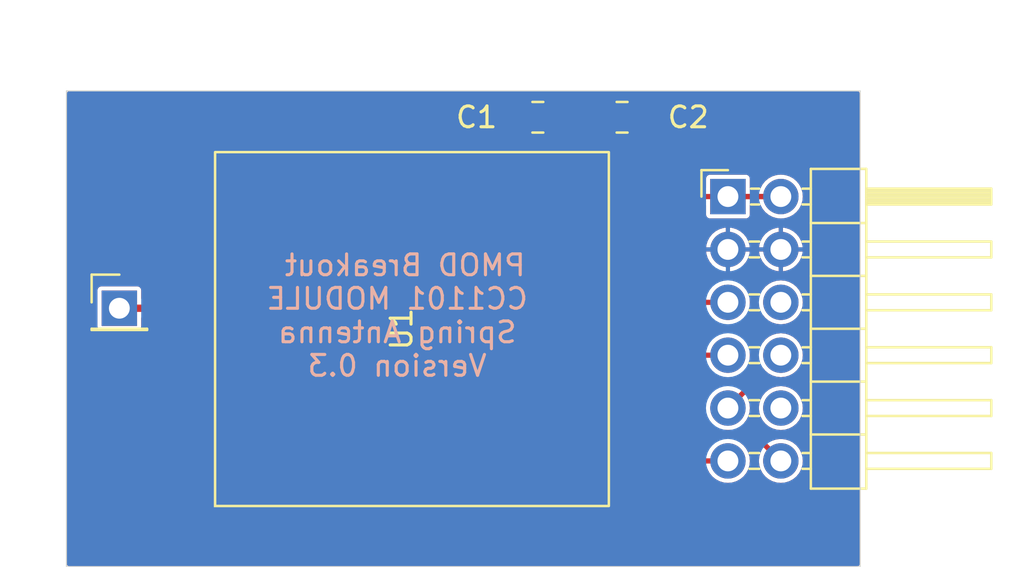
<source format=kicad_pcb>
(kicad_pcb (version 20221018) (generator pcbnew)
  (layers (0 "F.Cu" signal) (31 "B.Cu" signal) (34 "B.Paste" user) (35 "F.Paste" user) (36 "B.SilkS" user "B.Silkscreen") (37 "F.SilkS" user "F.Silkscreen") (38 "B.Mask" user) (39 "F.Mask" user) (44 "Edge.Cuts" user))
  (net 0 "")
  (net 1 "GND")
  (net 2 "nRESET")
  (net 3 "nCS")
  (net 4 "SCK")
  (net 5 "MOSI")
  (net 6 "MISO")
  (net 7 "VCC")
  (net 10 "Net-(J2-Pin_1)")
  (net 12 "IRQ")
  (footprint "Connector_PinHeader_2.54mm:PinHeader_2x06_P2.54mm_Horizontal" (layer "F.Cu") (at 149.86 43.18)
    (fp_text reference "J1" hide)
    (fp_text value "Conn_02x06_Odd_Even")
    (fp_line (start -1.27 -1.27) (end 0 -1.27) (stroke (width 0.12)) (layer "F.SilkS"))
    (fp_line (start -1.27 0) (end -1.27 -1.27) (stroke (width 0.12)) (layer "F.SilkS"))
    (fp_line (start 1.042929 2.16) (end 1.497071 2.16) (stroke (width 0.12)) (layer "F.SilkS"))
    (fp_line (start 1.042929 2.92) (end 1.497071 2.92) (stroke (width 0.12)) (layer "F.SilkS"))
    (fp_line (start 1.042929 4.7) (end 1.497071 4.7) (stroke (width 0.12)) (layer "F.SilkS"))
    (fp_line (start 1.042929 5.46) (end 1.497071 5.46) (stroke (width 0.12)) (layer "F.SilkS"))
    (fp_line (start 1.042929 7.24) (end 1.497071 7.24) (stroke (width 0.12)) (layer "F.SilkS"))
    (fp_line (start 1.042929 8) (end 1.497071 8) (stroke (width 0.12)) (layer "F.SilkS"))
    (fp_line (start 1.042929 9.78) (end 1.497071 9.78) (stroke (width 0.12)) (layer "F.SilkS"))
    (fp_line (start 1.042929 10.54) (end 1.497071 10.54) (stroke (width 0.12)) (layer "F.SilkS"))
    (fp_line (start 1.042929 12.32) (end 1.497071 12.32) (stroke (width 0.12)) (layer "F.SilkS"))
    (fp_line (start 1.042929 13.08) (end 1.497071 13.08) (stroke (width 0.12)) (layer "F.SilkS"))
    (fp_line (start 1.11 -0.38) (end 1.497071 -0.38) (stroke (width 0.12)) (layer "F.SilkS"))
    (fp_line (start 1.11 0.38) (end 1.497071 0.38) (stroke (width 0.12)) (layer "F.SilkS"))
    (fp_line (start 3.582929 -0.38) (end 3.98 -0.38) (stroke (width 0.12)) (layer "F.SilkS"))
    (fp_line (start 3.582929 0.38) (end 3.98 0.38) (stroke (width 0.12)) (layer "F.SilkS"))
    (fp_line (start 3.582929 2.16) (end 3.98 2.16) (stroke (width 0.12)) (layer "F.SilkS"))
    (fp_line (start 3.582929 2.92) (end 3.98 2.92) (stroke (width 0.12)) (layer "F.SilkS"))
    (fp_line (start 3.582929 4.7) (end 3.98 4.7) (stroke (width 0.12)) (layer "F.SilkS"))
    (fp_line (start 3.582929 5.46) (end 3.98 5.46) (stroke (width 0.12)) (layer "F.SilkS"))
    (fp_line (start 3.582929 7.24) (end 3.98 7.24) (stroke (width 0.12)) (layer "F.SilkS"))
    (fp_line (start 3.582929 8) (end 3.98 8) (stroke (width 0.12)) (layer "F.SilkS"))
    (fp_line (start 3.582929 9.78) (end 3.98 9.78) (stroke (width 0.12)) (layer "F.SilkS"))
    (fp_line (start 3.582929 10.54) (end 3.98 10.54) (stroke (width 0.12)) (layer "F.SilkS"))
    (fp_line (start 3.582929 12.32) (end 3.98 12.32) (stroke (width 0.12)) (layer "F.SilkS"))
    (fp_line (start 3.582929 13.08) (end 3.98 13.08) (stroke (width 0.12)) (layer "F.SilkS"))
    (fp_line (start 3.98 -1.33) (end 3.98 14.03) (stroke (width 0.12)) (layer "F.SilkS"))
    (fp_line (start 3.98 1.27) (end 6.64 1.27) (stroke (width 0.12)) (layer "F.SilkS"))
    (fp_line (start 3.98 3.81) (end 6.64 3.81) (stroke (width 0.12)) (layer "F.SilkS"))
    (fp_line (start 3.98 6.35) (end 6.64 6.35) (stroke (width 0.12)) (layer "F.SilkS"))
    (fp_line (start 3.98 8.89) (end 6.64 8.89) (stroke (width 0.12)) (layer "F.SilkS"))
    (fp_line (start 3.98 11.43) (end 6.64 11.43) (stroke (width 0.12)) (layer "F.SilkS"))
    (fp_line (start 3.98 14.03) (end 6.64 14.03) (stroke (width 0.12)) (layer "F.SilkS"))
    (fp_line (start 6.64 -1.33) (end 3.98 -1.33) (stroke (width 0.12)) (layer "F.SilkS"))
    (fp_line (start 6.64 -0.38) (end 12.64 -0.38) (stroke (width 0.12)) (layer "F.SilkS"))
    (fp_line (start 6.64 -0.32) (end 12.64 -0.32) (stroke (width 0.12)) (layer "F.SilkS"))
    (fp_line (start 6.64 -0.2) (end 12.64 -0.2) (stroke (width 0.12)) (layer "F.SilkS"))
    (fp_line (start 6.64 -0.08) (end 12.64 -0.08) (stroke (width 0.12)) (layer "F.SilkS"))
    (fp_line (start 6.64 0.04) (end 12.64 0.04) (stroke (width 0.12)) (layer "F.SilkS"))
    (fp_line (start 6.64 0.16) (end 12.64 0.16) (stroke (width 0.12)) (layer "F.SilkS"))
    (fp_line (start 6.64 0.28) (end 12.64 0.28) (stroke (width 0.12)) (layer "F.SilkS"))
    (fp_line (start 6.64 2.16) (end 12.64 2.16) (stroke (width 0.12)) (layer "F.SilkS"))
    (fp_line (start 6.64 4.7) (end 12.64 4.7) (stroke (width 0.12)) (layer "F.SilkS"))
    (fp_line (start 6.64 7.24) (end 12.64 7.24) (stroke (width 0.12)) (layer "F.SilkS"))
    (fp_line (start 6.64 9.78) (end 12.64 9.78) (stroke (width 0.12)) (layer "F.SilkS"))
    (fp_line (start 6.64 12.32) (end 12.64 12.32) (stroke (width 0.12)) (layer "F.SilkS"))
    (fp_line (start 6.64 14.03) (end 6.64 -1.33) (stroke (width 0.12)) (layer "F.SilkS"))
    (fp_line (start 12.64 -0.38) (end 12.64 0.38) (stroke (width 0.12)) (layer "F.SilkS"))
    (fp_line (start 12.64 0.38) (end 6.64 0.38) (stroke (width 0.12)) (layer "F.SilkS"))
    (fp_line (start 12.64 2.16) (end 12.64 2.92) (stroke (width 0.12)) (layer "F.SilkS"))
    (fp_line (start 12.64 2.92) (end 6.64 2.92) (stroke (width 0.12)) (layer "F.SilkS"))
    (fp_line (start 12.64 4.7) (end 12.64 5.46) (stroke (width 0.12)) (layer "F.SilkS"))
    (fp_line (start 12.64 5.46) (end 6.64 5.46) (stroke (width 0.12)) (layer "F.SilkS"))
    (fp_line (start 12.64 7.24) (end 12.64 8) (stroke (width 0.12)) (layer "F.SilkS"))
    (fp_line (start 12.64 8) (end 6.64 8) (stroke (width 0.12)) (layer "F.SilkS"))
    (fp_line (start 12.64 9.78) (end 12.64 10.54) (stroke (width 0.12)) (layer "F.SilkS"))
    (fp_line (start 12.64 10.54) (end 6.64 10.54) (stroke (width 0.12)) (layer "F.SilkS"))
    (fp_line (start 12.64 12.32) (end 12.64 13.08) (stroke (width 0.12)) (layer "F.SilkS"))
    (fp_line (start 12.64 13.08) (end 6.64 13.08) (stroke (width 0.12)) (layer "F.SilkS"))
    (pad "1" thru_hole rect (at 0 0) (size 1.7 1.7) (drill 1) (layers "*.Cu" "*.Mask") (net 7 "VCC"))
    (pad "2" thru_hole oval (at 2.54 0) (size 1.7 1.7) (drill 1) (layers "*.Cu" "*.Mask") (net 7 "VCC"))
    (pad "3" thru_hole oval (at 0 2.54) (size 1.7 1.7) (drill 1) (layers "*.Cu" "*.Mask") (net 1 "GND"))
    (pad "4" thru_hole oval (at 2.54 2.54) (size 1.7 1.7) (drill 1) (layers "*.Cu" "*.Mask") (net 1 "GND"))
    (pad "5" thru_hole oval (at 0 5.08) (size 1.7 1.7) (drill 1) (layers "*.Cu" "*.Mask") (net 4 "SCK"))
    (pad "6" thru_hole oval (at 2.54 5.08) (size 1.7 1.7) (drill 1) (layers "*.Cu" "*.Mask"))
    (pad "7" thru_hole oval (at 0 7.62) (size 1.7 1.7) (drill 1) (layers "*.Cu" "*.Mask") (net 6 "MISO"))
    (pad "8" thru_hole oval (at 2.54 7.62) (size 1.7 1.7) (drill 1) (layers "*.Cu" "*.Mask"))
    (pad "9" thru_hole oval (at 0 10.16) (size 1.7 1.7) (drill 1) (layers "*.Cu" "*.Mask") (net 5 "MOSI"))
    (pad "10" thru_hole oval (at 2.54 10.16) (size 1.7 1.7) (drill 1) (layers "*.Cu" "*.Mask") (net 2 "nRESET"))
    (pad "11" thru_hole oval (at 0 12.7) (size 1.7 1.7) (drill 1) (layers "*.Cu" "*.Mask") (net 3 "nCS"))
    (pad "12" thru_hole oval (at 2.54 12.7) (size 1.7 1.7) (drill 1) (layers "*.Cu" "*.Mask") (net 12 "IRQ"))
  )
  (footprint "Capacitor_SMD:C_0805_2012Metric_Pad1.18x1.45mm_HandSolder" (layer "F.Cu") (at 140.7375 39.37 180)
    (fp_text reference "C1" (at 2.9425 0) (layer "F.SilkS"))
    (fp_text value "C_Small")
    (fp_line (start -0.261252 -0.735) (end 0.261252 -0.735) (stroke (width 0.12)) (layer "F.SilkS"))
    (fp_line (start -0.261252 0.735) (end 0.261252 0.735) (stroke (width 0.12)) (layer "F.SilkS"))
    (pad "1" smd roundrect (at -1.0375 0 180) (size 1.175 1.45) (layers "F.Cu" "F.Paste" "F.Mask") (roundrect_rratio 0.2127659574) (net 7 "VCC"))
    (pad "2" smd roundrect (at 1.0375 0 180) (size 1.175 1.45) (layers "F.Cu" "F.Paste" "F.Mask") (roundrect_rratio 0.2127659574) (net 1 "GND"))
  )
  (footprint "AvS_Modules:CC1101_MOD" (layer "F.Cu") (at 134.695 49.545 90)
    (fp_text reference "U1" (at 0 -0.5 90 unlocked) (layer "F.SilkS"))
    (fp_text value "C1101_MOD")
    (fp_rect (start -8.5 -9.45) (end 8.5 9.45) (stroke (width 0.12)) (fill none) (layer "F.SilkS"))
    (pad "1" smd roundrect (at 7 9.45 90) (size 1.5 2) (layers "F.Cu" "F.Paste" "F.Mask") (net 7 "VCC"))
    (pad "2" smd roundrect (at 5 9.45 90) (size 1.5 2) (layers "F.Cu" "F.Paste" "F.Mask") (net 1 "GND"))
    (pad "3" smd roundrect (at 3 9.45 90) (size 1.5 2) (layers "F.Cu" "F.Paste" "F.Mask") (net 5 "MOSI"))
    (pad "4" smd roundrect (at 1 9.45 90) (size 1.5 2) (layers "F.Cu" "F.Paste" "F.Mask") (net 4 "SCK"))
    (pad "5" smd roundrect (at -1 9.45 90) (size 1.5 2) (layers "F.Cu" "F.Paste" "F.Mask") (net 6 "MISO"))
    (pad "6" smd roundrect (at -3 9.45 90) (size 1.5 2) (layers "F.Cu" "F.Paste" "F.Mask") (net 12 "IRQ"))
    (pad "7" smd roundrect (at -5 9.45 90) (size 1.5 2) (layers "F.Cu" "F.Paste" "F.Mask"))
    (pad "8" smd roundrect (at -7 9.45 90) (size 1.5 2) (layers "F.Cu" "F.Paste" "F.Mask") (net 3 "nCS"))
    (pad "9" smd roundrect (at -1 -9.45 90) (size 1.5 2) (layers "F.Cu" "F.Paste" "F.Mask") (net 1 "GND"))
    (pad "10" smd roundrect (at 1 -9.45 90) (size 1.5 2) (layers "F.Cu" "F.Paste" "F.Mask") (net 10 "Net-(J2-Pin_1)"))
    (pad "11" smd roundrect (at 3 -9.45 90) (size 1.5 2) (layers "F.Cu" "F.Paste" "F.Mask") (net 1 "GND"))
  )
  (footprint "Capacitor_SMD:C_0805_2012Metric_Pad1.18x1.45mm_HandSolder" (layer "F.Cu") (at 144.78 39.37)
    (fp_text reference "C2" (at 3.175 0) (layer "F.SilkS"))
    (fp_text value "C_Small")
    (fp_line (start -0.261252 -0.735) (end 0.261252 -0.735) (stroke (width 0.12)) (layer "F.SilkS"))
    (fp_line (start -0.261252 0.735) (end 0.261252 0.735) (stroke (width 0.12)) (layer "F.SilkS"))
    (pad "1" smd roundrect (at -1.0375 0) (size 1.175 1.45) (layers "F.Cu" "F.Paste" "F.Mask") (roundrect_rratio 0.2127659574) (net 7 "VCC"))
    (pad "2" smd roundrect (at 1.0375 0) (size 1.175 1.45) (layers "F.Cu" "F.Paste" "F.Mask") (roundrect_rratio 0.2127659574) (net 1 "GND"))
  )
  (footprint "Connector_PinHeader_2.54mm:PinHeader_1x01_P2.54mm_Vertical" (layer "F.Cu") (at 120.65 48.26)
    (fp_text reference "J2" hide)
    (fp_text value "Conn_01x01")
    (fp_line (start -1.33 -1.33) (end 0 -1.33) (stroke (width 0.12)) (layer "F.SilkS"))
    (fp_line (start -1.33 0) (end -1.33 -1.33) (stroke (width 0.12)) (layer "F.SilkS"))
    (fp_line (start -1.33 1.27) (end -1.33 1.33) (stroke (width 0.12)) (layer "F.SilkS"))
    (fp_line (start -1.33 1.27) (end 1.33 1.27) (stroke (width 0.12)) (layer "F.SilkS"))
    (fp_line (start -1.33 1.33) (end 1.33 1.33) (stroke (width 0.12)) (layer "F.SilkS"))
    (fp_line (start 1.33 1.27) (end 1.33 1.33) (stroke (width 0.12)) (layer "F.SilkS"))
    (pad "1" thru_hole rect (at 0 0.285) (size 1.7 1.7) (drill 1) (layers "*.Cu" "*.Mask") (net 10 "Net-(J2-Pin_1)"))
  )
  (gr_rect (start 118.11 38.1) (end 156.21 60.96) (stroke (width 0.05)) (fill none) (layer "Edge.Cuts"))
  (gr_text "PMOD Breakout \nCC1101 MODULE\nSpring Antenna\nVersion 0.3" (at 133.985 48.895) (layer "B.SilkS") (effects (font (size 1 1)) (justify mirror)))
  (segment (start 144.145 56.545) (end 144.81 55.88) (width 0.25) (layer "F.Cu") (net 3))
  (segment (start 144.81 55.88) (end 149.86 55.88) (width 0.25) (layer "F.Cu") (net 3))
  (segment (start 144.145 48.545) (end 144.43 48.26) (width 0.25) (layer "F.Cu") (net 4))
  (segment (start 144.43 48.26) (end 149.86 48.26) (width 0.25) (layer "F.Cu") (net 4))
  (segment (start 151.035 52.165) (end 149.86 53.34) (width 0.25) (layer "F.Cu") (net 5))
  (segment (start 151.035 47.53) (end 151.035 52.165) (width 0.25) (layer "F.Cu") (net 5))
  (segment (start 144.145 46.545) (end 144.495 46.895) (width 0.25) (layer "F.Cu") (net 5))
  (segment (start 144.495 46.895) (end 150.4 46.895) (width 0.25) (layer "F.Cu") (net 5))
  (segment (start 150.4 46.895) (end 151.035 47.53) (width 0.25) (layer "F.Cu") (net 5))
  (segment (start 144.145 50.545) (end 144.4 50.8) (width 0.25) (layer "F.Cu") (net 6))
  (segment (start 144.4 50.8) (end 149.86 50.8) (width 0.25) (layer "F.Cu") (net 6))
  (segment (start 143.7425 39.37) (end 144.145 39.7725) (width 0.25) (layer "F.Cu") (net 7))
  (segment (start 144.145 39.7725) (end 144.145 42.545) (width 0.25) (layer "F.Cu") (net 7))
  (segment (start 146.05 42.545) (end 146.685 43.18) (width 0.25) (layer "F.Cu") (net 7))
  (segment (start 144.145 42.545) (end 146.05 42.545) (width 0.25) (layer "F.Cu") (net 7))
  (segment (start 146.685 43.18) (end 152.4 43.18) (width 0.25) (layer "F.Cu") (net 7))
  (segment (start 141.775 39.37) (end 143.7425 39.37) (width 0.25) (layer "F.Cu") (net 7))
  (segment (start 152.4 43.18) (end 149.86 43.18) (width 0.25) (layer "F.Cu") (net 7))
  (segment (start 125.245 48.545) (end 120.65 48.545) (width 0.35) (layer "F.Cu") (net 10))
  (segment (start 151.035 54.515) (end 152.4 55.88) (width 0.25) (layer "F.Cu") (net 12))
  (segment (start 144.145 52.545) (end 146.115 54.515) (width 0.25) (layer "F.Cu") (net 12))
  (segment (start 146.115 54.515) (end 151.035 54.515) (width 0.25) (layer "F.Cu") (net 12))
  (zone (net 1) (net_name "GND") (layers "F&B.Cu") (connect_pads (clearance 0.2)) (min_thickness 0.2) (fill yes (thermal_gap 0.2) (thermal_bridge_width 0.2))
    (polygon (pts (xy 157.48 60.96) (xy 118.11 60.96) (xy 118.11 38.1) (xy 157.48 38.1)))
  )
)
</source>
